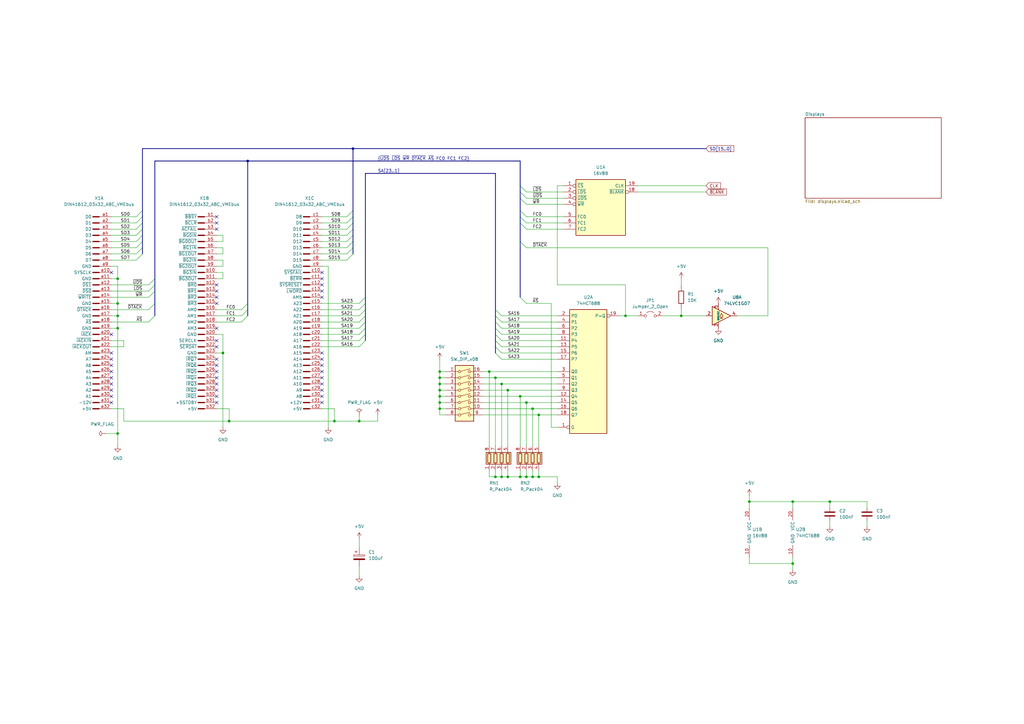
<source format=kicad_sch>
(kicad_sch (version 20211123) (generator eeschema)
  (paper "A3")
  (title_block (title "DEBUG DISPLAY BOARD - BUS INTERFACE") (date "2023-12-05") (rev "1") (company "(C) TOM STOREY") (comment 1 "FREE FOR NON-COMMERCIAL USE"))
  (lib_symbols
    (symbol "COMET_symbols:74x1G07"
      (property "Reference" "U" (at 0 0 0))
      (property "Value" "74x1G07" (at 0 0 0))
      (symbol "74x1G07_1_1"
        (pin input line (at -5.08 0 0) (length 2.54) (name "~") (number "2"))
        (pin open_collector line (at 7.62 0 180) (length 2.54) (name "~") (number "4"))
      )
      (symbol "74x1G07_1_2"
        (pin input inverted (at -5.08 0 0) (length 2.54) (name "~") (number "2"))
        (pin open_collector inverted (at 7.62 0 180) (length 2.54) (name "~") (number "4"))
      )
      (symbol "74x1G07_2_1"
        (pin power_in line (at 0 -5.08 90) (length 2.54) (name "GND") (number "3"))
        (pin power_in line (at 0 5.08 270) (length 2.54) (name "VCC") (number "5"))
      )
      (symbol "74x1G07_2_2"
        (pin power_in line (at 0 -5.08 90) (length 2.54) (name "GND") (number "3"))
        (pin power_in line (at 0 5.08 270) (length 2.54) (name "VCC") (number "5"))
      )
    )
    (symbol "COMET_symbols:74x688"
      (property "Reference" "U" (at 0 0 0))
      (property "Value" "74x688" (at 0 0 0))
      (symbol "74x688_1_0"
        (pin input inverted (at -12.7 -22.86 0) (length 5.08) (name "G") (number "1"))
        (pin input line (at -12.7 12.7 0) (length 5.08) (name "P4") (number "11"))
        (pin input line (at -12.7 -10.16 0) (length 5.08) (name "Q4") (number "12"))
        (pin input line (at -12.7 10.16 0) (length 5.08) (name "P5") (number "13"))
        (pin input line (at -12.7 -12.7 0) (length 5.08) (name "Q5") (number "14"))
        (pin input line (at -12.7 7.62 0) (length 5.08) (name "P6") (number "15"))
        (pin input line (at -12.7 -15.24 0) (length 5.08) (name "Q6") (number "16"))
        (pin input line (at -12.7 5.08 0) (length 5.08) (name "P7") (number "17"))
        (pin input line (at -12.7 -17.78 0) (length 5.08) (name "Q7") (number "18"))
        (pin output inverted (at 12.7 22.86 180) (length 5.08) (name "P=Q") (number "19"))
        (pin input line (at -12.7 22.86 0) (length 5.08) (name "P0") (number "2"))
        (pin input line (at -12.7 0 0) (length 5.08) (name "Q0") (number "3"))
        (pin input line (at -12.7 20.32 0) (length 5.08) (name "P1") (number "4"))
        (pin input line (at -12.7 -2.54 0) (length 5.08) (name "Q1") (number "5"))
        (pin input line (at -12.7 17.78 0) (length 5.08) (name "P2") (number "6"))
        (pin input line (at -12.7 -5.08 0) (length 5.08) (name "Q2") (number "7"))
        (pin input line (at -12.7 15.24 0) (length 5.08) (name "P3") (number "8"))
        (pin input line (at -12.7 -7.62 0) (length 5.08) (name "Q3") (number "9"))
      )
      (symbol "74x688_2_0"
        (pin power_in line (at 0 -10.16 90) (length 5.08) (name "GND") (number "10"))
        (pin power_in line (at 0 10.16 270) (length 5.08) (name "VCC") (number "20"))
      )
    )
    (symbol "COMET_symbols:C" (pin_numbers hide) (pin_names hide)
      (property "Reference" "C" (at 0 0 0))
      (property "Value" "C" (at 0 0 0))
      (symbol "C_1_1"
        (pin passive line (at 0 2.54 270) (length 1.524) (name "~") (number "1"))
        (pin passive line (at 0 -2.54 90) (length 1.524) (name "~") (number "2"))
      )
    )
    (symbol "COMET_symbols:DIN41612_03x32_ABC_VMEbus" (pin_names (offset 3.048))
      (property "Reference" "X1" (at -20.32 45.72 0))
      (property "Value" "DIN41612_03x32_ABC_VMEbus" (at -20.32 43.18 0))
      (symbol "DIN41612_03x32_ABC_VMEbus_1_1"
        (pin passive line (at -5.08 38.1 0) (length 5.08) (name "D0") (number "a1"))
        (pin passive line (at -5.08 15.24 0) (length 5.08) (name "SYSCLK") (number "a10"))
        (pin passive line (at -5.08 12.7 0) (length 5.08) (name "GND") (number "a11"))
        (pin passive line (at -5.08 10.16 0) (length 5.08) (name "~{DS1}") (number "a12"))
        (pin passive line (at -5.08 7.62 0) (length 5.08) (name "~{DS0}") (number "a13"))
        (pin passive line (at -5.08 5.08 0) (length 5.08) (name "~{WRITE}") (number "a14"))
        (pin passive line (at -5.08 2.54 0) (length 5.08) (name "GND") (number "a15"))
        (pin passive line (at -5.08 0 0) (length 5.08) (name "~{DTACK}") (number "a16"))
        (pin passive line (at -5.08 -2.54 0) (length 5.08) (name "GND") (number "a17"))
        (pin passive line (at -5.08 -5.08 0) (length 5.08) (name "~{AS}") (number "a18"))
        (pin passive line (at -5.08 -7.62 0) (length 5.08) (name "GND") (number "a19"))
        (pin passive line (at -5.08 35.56 0) (length 5.08) (name "D1") (number "a2"))
        (pin passive line (at -5.08 -10.16 0) (length 5.08) (name "~{IACK}") (number "a20"))
        (pin passive line (at -5.08 -12.7 0) (length 5.08) (name "~{IACKIN}") (number "a21"))
        (pin passive line (at -5.08 -15.24 0) (length 5.08) (name "~{IACKOUT}") (number "a22"))
        (pin passive line (at -5.08 -17.78 0) (length 5.08) (name "AM") (number "a23"))
        (pin passive line (at -5.08 -20.32 0) (length 5.08) (name "A7") (number "a24"))
        (pin passive line (at -5.08 -22.86 0) (length 5.08) (name "A6") (number "a25"))
        (pin passive line (at -5.08 -25.4 0) (length 5.08) (name "A5") (number "a26"))
        (pin passive line (at -5.08 -27.94 0) (length 5.08) (name "A4") (number "a27"))
        (pin passive line (at -5.08 -30.48 0) (length 5.08) (name "A3") (number "a28"))
        (pin passive line (at -5.08 -33.02 0) (length 5.08) (name "A2") (number "a29"))
        (pin passive line (at -5.08 33.02 0) (length 5.08) (name "D2") (number "a3"))
        (pin passive line (at -5.08 -35.56 0) (length 5.08) (name "A1") (number "a30"))
        (pin passive line (at -5.08 -38.1 0) (length 5.08) (name "-12V") (number "a31"))
        (pin passive line (at -5.08 -40.64 0) (length 5.08) (name "+5V") (number "a32"))
        (pin passive line (at -5.08 30.48 0) (length 5.08) (name "D3") (number "a4"))
        (pin passive line (at -5.08 27.94 0) (length 5.08) (name "D4") (number "a5"))
        (pin passive line (at -5.08 25.4 0) (length 5.08) (name "D5") (number "a6"))
        (pin passive line (at -5.08 22.86 0) (length 5.08) (name "D6") (number "a7"))
        (pin passive line (at -5.08 20.32 0) (length 5.08) (name "D7") (number "a8"))
        (pin passive line (at -5.08 17.78 0) (length 5.08) (name "GND") (number "a9"))
      )
      (symbol "DIN41612_03x32_ABC_VMEbus_2_1"
        (pin passive line (at -5.08 38.1 0) (length 5.08) (name "~{BBSY}") (number "b1"))
        (pin passive line (at -5.08 15.24 0) (length 5.08) (name "~{BG3IN}") (number "b10"))
        (pin passive line (at -5.08 12.7 0) (length 5.08) (name "~{BG3OUT}") (number "b11"))
        (pin passive line (at -5.08 10.16 0) (length 5.08) (name "~{BR0}") (number "b12"))
        (pin passive line (at -5.08 7.62 0) (length 5.08) (name "~{BR1}") (number "b13"))
        (pin passive line (at -5.08 5.08 0) (length 5.08) (name "~{BR2}") (number "b14"))
        (pin passive line (at -5.08 2.54 0) (length 5.08) (name "~{BR3}") (number "b15"))
        (pin passive line (at -5.08 0 0) (length 5.08) (name "AM0") (number "b16"))
        (pin passive line (at -5.08 -2.54 0) (length 5.08) (name "AM1") (number "b17"))
        (pin passive line (at -5.08 -5.08 0) (length 5.08) (name "AM2") (number "b18"))
        (pin passive line (at -5.08 -7.62 0) (length 5.08) (name "AM3") (number "b19"))
        (pin passive line (at -5.08 35.56 0) (length 5.08) (name "~{BCLR}") (number "b2"))
        (pin passive line (at -5.08 -10.16 0) (length 5.08) (name "GND") (number "b20"))
        (pin passive line (at -5.08 -12.7 0) (length 5.08) (name "SERCLK") (number "b21"))
        (pin passive line (at -5.08 -15.24 0) (length 5.08) (name "~{SERDAT}") (number "b22"))
        (pin passive line (at -5.08 -17.78 0) (length 5.08) (name "GND") (number "b23"))
        (pin passive line (at -5.08 -20.32 0) (length 5.08) (name "~{IRQ7}") (number "b24"))
        (pin passive line (at -5.08 -22.86 0) (length 5.08) (name "~{IRQ6}") (number "b25"))
        (pin passive line (at -5.08 -25.4 0) (length 5.08) (name "~{IRQ5}") (number "b26"))
        (pin passive line (at -5.08 -27.94 0) (length 5.08) (name "~{IRQ4}") (number "b27"))
        (pin passive line (at -5.08 -30.48 0) (length 5.08) (name "~{IRQ3}") (number "b28"))
        (pin passive line (at -5.08 -33.02 0) (length 5.08) (name "~{IRQ2}") (number "b29"))
        (pin passive line (at -5.08 33.02 0) (length 5.08) (name "~{ACFAIL}") (number "b3"))
        (pin passive line (at -5.08 -35.56 0) (length 5.08) (name "~{IRQ1}") (number "b30"))
        (pin passive line (at -5.08 -38.1 0) (length 5.08) (name "+5STDBY") (number "b31"))
        (pin passive line (at -5.08 -40.64 0) (length 5.08) (name "+5V") (number "b32"))
        (pin passive line (at -5.08 30.48 0) (length 5.08) (name "~{BG0IN}") (number "b4"))
        (pin passive line (at -5.08 27.94 0) (length 5.08) (name "~{BG0OUT}") (number "b5"))
        (pin passive line (at -5.08 25.4 0) (length 5.08) (name "~{BG1IN}") (number "b6"))
        (pin passive line (at -5.08 22.86 0) (length 5.08) (name "~{BG1OUT}") (number "b7"))
        (pin passive line (at -5.08 20.32 0) (length 5.08) (name "~{BG2IN}") (number "b8"))
        (pin passive line (at -5.08 17.78 0) (length 5.08) (name "~{BG2OUT}") (number "b9"))
      )
      (symbol "DIN41612_03x32_ABC_VMEbus_3_1"
        (pin passive line (at -5.08 38.1 0) (length 5.08) (name "D8") (number "c1"))
        (pin passive line (at -5.08 15.24 0) (length 5.08) (name "~{SYSFAIL}") (number "c10"))
        (pin passive line (at -5.08 12.7 0) (length 5.08) (name "~{BERR}") (number "c11"))
        (pin passive line (at -5.08 10.16 0) (length 5.08) (name "~{SYSRESET}") (number "c12"))
        (pin passive line (at -5.08 7.62 0) (length 5.08) (name "~{LWORD}") (number "c13"))
        (pin passive line (at -5.08 5.08 0) (length 5.08) (name "AM5") (number "c14"))
        (pin passive line (at -5.08 2.54 0) (length 5.08) (name "A23") (number "c15"))
        (pin passive line (at -5.08 0 0) (length 5.08) (name "A22") (number "c16"))
        (pin passive line (at -5.08 -2.54 0) (length 5.08) (name "A21") (number "c17"))
        (pin passive line (at -5.08 -5.08 0) (length 5.08) (name "A20") (number "c18"))
        (pin passive line (at -5.08 -7.62 0) (length 5.08) (name "A19") (number "c19"))
        (pin passive line (at -5.08 35.56 0) (length 5.08) (name "D9") (number "c2"))
        (pin passive line (at -5.08 -10.16 0) (length 5.08) (name "A18") (number "c20"))
        (pin passive line (at -5.08 -12.7 0) (length 5.08) (name "A17") (number "c21"))
        (pin passive line (at -5.08 -15.24 0) (length 5.08) (name "A16") (number "c22"))
        (pin passive line (at -5.08 -17.78 0) (length 5.08) (name "A15") (number "c23"))
        (pin passive line (at -5.08 -20.32 0) (length 5.08) (name "A14") (number "c24"))
        (pin passive line (at -5.08 -22.86 0) (length 5.08) (name "A13") (number "c25"))
        (pin passive line (at -5.08 -25.4 0) (length 5.08) (name "A12") (number "c26"))
        (pin passive line (at -5.08 -27.94 0) (length 5.08) (name "A11") (number "c27"))
        (pin passive line (at -5.08 -30.48 0) (length 5.08) (name "A10") (number "c28"))
        (pin passive line (at -5.08 -33.02 0) (length 5.08) (name "A9") (number "c29"))
        (pin passive line (at -5.08 33.02 0) (length 5.08) (name "D10") (number "c3"))
        (pin passive line (at -5.08 -35.56 0) (length 5.08) (name "A8") (number "c30"))
        (pin passive line (at -5.08 -38.1 0) (length 5.08) (name "+12V") (number "c31"))
        (pin passive line (at -5.08 -40.64 0) (length 5.08) (name "+5V") (number "c32"))
        (pin passive line (at -5.08 30.48 0) (length 5.08) (name "D11") (number "c4"))
        (pin passive line (at -5.08 27.94 0) (length 5.08) (name "D12") (number "c5"))
        (pin passive line (at -5.08 25.4 0) (length 5.08) (name "D13") (number "c6"))
        (pin passive line (at -5.08 22.86 0) (length 5.08) (name "D14") (number "c7"))
        (pin passive line (at -5.08 20.32 0) (length 5.08) (name "D15") (number "c8"))
        (pin passive line (at -5.08 17.78 0) (length 5.08) (name "GND") (number "c9"))
      )
    )
    (symbol "COMET_symbols:R" (pin_numbers hide) (pin_names hide)
      (property "Reference" "R" (at 0 0 0))
      (property "Value" "R" (at 0 0 0))
      (symbol "R_1_1"
        (pin passive line (at 0 5.08 270) (length 2.54) (name "~") (number "1"))
        (pin passive line (at 0 -5.08 90) (length 2.54) (name "~") (number "2"))
      )
    )
    (symbol "Debug_Display_Board:GAL"
      (property "Reference" "U" (at 0 0 0))
      (property "Value" "GAL" (at 0 0 0))
      (symbol "GAL_1_1"
        (pin input inverted (at -15.24 10.16 0) (length 5.08) (name "~{CS}") (number "1"))
        (pin output inverted (at 15.24 7.62 180) (length 5.08) (name "~{BLANK}") (number "18"))
        (pin output line (at 15.24 10.16 180) (length 5.08) (name "CLK") (number "19"))
        (pin input inverted (at -15.24 7.62 0) (length 5.08) (name "~{LDS}") (number "2"))
        (pin input inverted (at -15.24 5.08 0) (length 5.08) (name "~{UDS}") (number "3"))
        (pin input inverted (at -15.24 2.54 0) (length 5.08) (name "~{WR}") (number "4"))
        (pin input line (at -15.24 -2.54 0) (length 5.08) (name "FC0") (number "5"))
        (pin input line (at -15.24 -5.08 0) (length 5.08) (name "FC1") (number "6"))
        (pin input line (at -15.24 -7.62 0) (length 5.08) (name "FC2") (number "7"))
      )
      (symbol "GAL_2_1"
        (pin power_in line (at 0 -10.16 90) (length 5.08) (name "GND") (number "10"))
        (pin power_in line (at 0 10.16 270) (length 5.08) (name "VCC") (number "20"))
      )
    )
    (symbol "Device:C_Polarized" (pin_numbers hide) (pin_names (offset 0.254))
      (property "Reference" "C" (at 0.635 2.54 0))
      (property "Value" "C_Polarized" (at 0.635 -2.54 0))
      (symbol "C_Polarized_1_1"
        (pin passive line (at 0 3.81 270) (length 2.794) (name "~") (number "1"))
        (pin passive line (at 0 -3.81 90) (length 2.794) (name "~") (number "2"))
      )
    )
    (symbol "Device:R_Pack04" (pin_names (offset 0) hide)
      (property "Reference" "RN" (at -7.62 0 90))
      (property "Value" "R_Pack04" (at 5.08 0 90))
      (symbol "R_Pack04_1_1"
        (pin passive line (at -5.08 -5.08 90) (length 2.54) (name "R1.1") (number "1"))
        (pin passive line (at -2.54 -5.08 90) (length 2.54) (name "R2.1") (number "2"))
        (pin passive line (at 0 -5.08 90) (length 2.54) (name "R3.1") (number "3"))
        (pin passive line (at 2.54 -5.08 90) (length 2.54) (name "R4.1") (number "4"))
        (pin passive line (at 2.54 5.08 270) (length 2.54) (name "R4.2") (number "5"))
        (pin passive line (at 0 5.08 270) (length 2.54) (name "R3.2") (number "6"))
        (pin passive line (at -2.54 5.08 270) (length 2.54) (name "R2.2") (number "7"))
        (pin passive line (at -5.08 5.08 270) (length 2.54) (name "R1.2") (number "8"))
      )
    )
    (symbol "GAL_1"
      (property "Reference" "U" (at 0 0 0))
      (property "Value" "GAL_1" (at 0 0 0))
      (symbol "GAL_1_1_1"
        (pin input inverted (at -15.24 10.16 0) (length 5.08) (name "~{CS}") (number "1"))
        (pin output inverted (at 15.24 7.62 180) (length 5.08) (name "~{BLANK}") (number "18"))
        (pin output line (at 15.24 10.16 180) (length 5.08) (name "CLK") (number "19"))
        (pin input inverted (at -15.24 7.62 0) (length 5.08) (name "~{LDS}") (number "2"))
        (pin input inverted (at -15.24 5.08 0) (length 5.08) (name "~{UDS}") (number "3"))
        (pin input inverted (at -15.24 2.54 0) (length 5.08) (name "~{WR}") (number "4"))
        (pin input line (at -15.24 -2.54 0) (length 5.08) (name "FC0") (number "5"))
        (pin input line (at -15.24 -5.08 0) (length 5.08) (name "FC1") (number "6"))
        (pin input line (at -15.24 -7.62 0) (length 5.08) (name "FC2") (number "7"))
      )
      (symbol "GAL_1_2_1"
        (pin power_in line (at 0 -10.16 90) (length 5.08) (name "GND") (number "10"))
        (pin power_in line (at 0 10.16 270) (length 5.08) (name "VCC") (number "20"))
      )
    )
    (symbol "Jumper:Jumper_2_Open" (pin_names (offset 0) hide)
      (property "Reference" "JP" (at 0 2.794 0))
      (property "Value" "Jumper_2_Open" (at 0 -2.286 0))
      (symbol "Jumper_2_Open_1_1"
        (pin passive line (at -5.08 0 0) (length 2.54) (name "A") (number "1"))
        (pin passive line (at 5.08 0 180) (length 2.54) (name "B") (number "2"))
      )
    )
    (symbol "Switch:SW_DIP_x08" (pin_names (offset 0) hide)
      (property "Reference" "SW" (at 0 13.97 0))
      (property "Value" "SW_DIP_x08" (at 0 -11.43 0))
      (symbol "SW_DIP_x08_1_1"
        (pin passive line (at -7.62 10.16 0) (length 5.08) (name "~") (number "1"))
        (pin passive line (at 7.62 -5.08 180) (length 5.08) (name "~") (number "10"))
        (pin passive line (at 7.62 -2.54 180) (length 5.08) (name "~") (number "11"))
        (pin passive line (at 7.62 0 180) (length 5.08) (name "~") (number "12"))
        (pin passive line (at 7.62 2.54 180) (length 5.08) (name "~") (number "13"))
        (pin passive line (at 7.62 5.08 180) (length 5.08) (name "~") (number "14"))
        (pin passive line (at 7.62 7.62 180) (length 5.08) (name "~") (number "15"))
        (pin passive line (at 7.62 10.16 180) (length 5.08) (name "~") (number "16"))
        (pin passive line (at -7.62 7.62 0) (length 5.08) (name "~") (number "2"))
        (pin passive line (at -7.62 5.08 0) (length 5.08) (name "~") (number "3"))
        (pin passive line (at -7.62 2.54 0) (length 5.08) (name "~") (number "4"))
        (pin passive line (at -7.62 0 0) (length 5.08) (name "~") (number "5"))
        (pin passive line (at -7.62 -2.54 0) (length 5.08) (name "~") (number "6"))
        (pin passive line (at -7.62 -5.08 0) (length 5.08) (name "~") (number "7"))
        (pin passive line (at -7.62 -7.62 0) (length 5.08) (name "~") (number "8"))
        (pin passive line (at 7.62 -7.62 180) (length 5.08) (name "~") (number "9"))
      )
    )
    (symbol "power:+5V" (power) (pin_names (offset 0))
      (property "Value" "+5V" (at 0 3.556 0))
      (symbol "+5V_1_1"
        (pin power_in line (at 0 0 90) (length 0) hide (name "+5V") (number "1"))
      )
    )
    (symbol "power:GND" (power) (pin_names (offset 0))
      (property "Value" "GND" (at 0 -3.81 0))
      (symbol "GND_1_1"
        (pin power_in line (at 0 0 270) (length 0) hide (name "GND") (number "1"))
      )
    )
    (symbol "power:PWR_FLAG" (power) (pin_numbers hide) (pin_names (offset 0) hide)
      (property "Value" "PWR_FLAG" (at 0 3.81 0))
      (symbol "PWR_FLAG_0_0"
        (pin power_out line (at 0 0 90) (length 0) (name "pwr") (number "1"))
      )
    )
  )
  (junction (at 180.34 157.48))
  (junction (at 180.34 162.56))
  (junction (at 208.28 160.02))
  (junction (at 218.44 195.58))
  (junction (at 93.98 172.72))
  (junction (at 205.74 157.48))
  (junction (at 215.9 165.1))
  (junction (at 213.36 162.56))
  (junction (at 180.34 160.02))
  (junction (at 325.12 231.14))
  (junction (at 200.66 152.4))
  (junction (at 144.78 60.96))
  (junction (at 203.2 195.58))
  (junction (at 205.74 195.58))
  (junction (at 180.34 154.94))
  (junction (at 180.34 152.4))
  (junction (at 213.36 195.58))
  (junction (at 147.32 172.72))
  (junction (at 208.28 195.58))
  (junction (at 220.98 170.18))
  (junction (at 256.54 129.54))
  (junction (at 340.36 205.74))
  (junction (at 48.26 177.8))
  (junction (at 279.4 129.54))
  (junction (at 218.44 167.64))
  (junction (at 48.26 129.54))
  (junction (at 220.98 195.58))
  (junction (at 101.6 66.04))
  (junction (at 137.16 172.72))
  (junction (at 48.26 124.46))
  (junction (at 215.9 195.58))
  (junction (at 325.12 205.74))
  (junction (at 180.34 167.64))
  (junction (at 307.34 205.74))
  (junction (at 180.34 165.1))
  (junction (at 203.2 154.94))
  (junction (at 48.26 114.3))
  (junction (at 48.26 134.62))
  (junction (at 91.44 144.78))
  (no_connect (at 132.08 152.4))
  (no_connect (at 45.72 144.78))
  (no_connect (at 45.72 162.56))
  (no_connect (at 132.08 147.32))
  (no_connect (at 132.08 154.94))
  (no_connect (at 88.9 162.56))
  (no_connect (at 45.72 137.16))
  (no_connect (at 132.08 149.86))
  (no_connect (at 132.08 144.78))
  (no_connect (at 45.72 157.48))
  (no_connect (at 88.9 124.46))
  (no_connect (at 45.72 149.86))
  (no_connect (at 88.9 160.02))
  (no_connect (at 88.9 91.44))
  (no_connect (at 88.9 139.7))
  (no_connect (at 132.08 162.56))
  (no_connect (at 88.9 116.84))
  (no_connect (at 88.9 157.48))
  (no_connect (at 132.08 160.02))
  (no_connect (at 132.08 119.38))
  (no_connect (at 132.08 121.92))
  (no_connect (at 132.08 114.3))
  (no_connect (at 88.9 147.32))
  (no_connect (at 88.9 88.9))
  (no_connect (at 88.9 165.1))
  (no_connect (at 45.72 160.02))
  (no_connect (at 88.9 93.98))
  (no_connect (at 88.9 119.38))
  (no_connect (at 88.9 152.4))
  (no_connect (at 88.9 134.62))
  (no_connect (at 132.08 116.84))
  (no_connect (at 132.08 157.48))
  (no_connect (at 132.08 111.76))
  (no_connect (at 45.72 147.32))
  (no_connect (at 45.72 111.76))
  (no_connect (at 45.72 165.1))
  (no_connect (at 88.9 154.94))
  (no_connect (at 45.72 152.4))
  (no_connect (at 45.72 154.94))
  (no_connect (at 88.9 142.24))
  (no_connect (at 132.08 165.1))
  (no_connect (at 88.9 121.92))
  (no_connect (at 88.9 149.86))
  (bus_entry (at 149.86 127) (size -2.54 2.54))
  (bus_entry (at 213.36 88.9) (size 2.54 2.54))
  (bus_entry (at 63.5 114.3) (size -2.54 2.54))
  (bus_entry (at 101.6 127) (size -2.54 2.54))
  (bus_entry (at 149.86 139.7) (size -2.54 2.54))
  (bus_entry (at 149.86 132.08) (size -2.54 2.54))
  (bus_entry (at 213.36 121.92) (size 2.54 2.54))
  (bus_entry (at 63.5 116.84) (size -2.54 2.54))
  (bus_entry (at 203.2 134.62) (size 2.54 2.54))
  (bus_entry (at 144.78 101.6) (size -2.54 2.54))
  (bus_entry (at 203.2 144.78) (size 2.54 2.54))
  (bus_entry (at 144.78 96.52) (size -2.54 2.54))
  (bus_entry (at 149.86 124.46) (size -2.54 2.54))
  (bus_entry (at 144.78 91.44) (size -2.54 2.54))
  (bus_entry (at 63.5 119.38) (size -2.54 2.54))
  (bus_entry (at 144.78 86.36) (size -2.54 2.54))
  (bus_entry (at 149.86 129.54) (size -2.54 2.54))
  (bus_entry (at 203.2 139.7) (size 2.54 2.54))
  (bus_entry (at 203.2 132.08) (size 2.54 2.54))
  (bus_entry (at 101.6 124.46) (size -2.54 2.54))
  (bus_entry (at 58.42 88.9) (size -2.54 2.54))
  (bus_entry (at 213.36 78.74) (size 2.54 2.54))
  (bus_entry (at 203.2 129.54) (size 2.54 2.54))
  (bus_entry (at 149.86 134.62) (size -2.54 2.54))
  (bus_entry (at 203.2 127) (size 2.54 2.54))
  (bus_entry (at 101.6 129.54) (size -2.54 2.54))
  (bus_entry (at 144.78 88.9) (size -2.54 2.54))
  (bus_entry (at 58.42 91.44) (size -2.54 2.54))
  (bus_entry (at 58.42 86.36) (size -2.54 2.54))
  (bus_entry (at 144.78 99.06) (size -2.54 2.54))
  (bus_entry (at 58.42 101.6) (size -2.54 2.54))
  (bus_entry (at 63.5 129.54) (size -2.54 2.54))
  (bus_entry (at 213.36 76.2) (size 2.54 2.54))
  (bus_entry (at 63.5 124.46) (size -2.54 2.54))
  (bus_entry (at 58.42 104.14) (size -2.54 2.54))
  (bus_entry (at 58.42 93.98) (size -2.54 2.54))
  (bus_entry (at 58.42 99.06) (size -2.54 2.54))
  (bus_entry (at 203.2 137.16) (size 2.54 2.54))
  (bus_entry (at 213.36 91.44) (size 2.54 2.54))
  (bus_entry (at 213.36 81.28) (size 2.54 2.54))
  (bus_entry (at 144.78 93.98) (size -2.54 2.54))
  (bus_entry (at 144.78 104.14) (size -2.54 2.54))
  (bus_entry (at 149.86 121.92) (size -2.54 2.54))
  (bus_entry (at 203.2 142.24) (size 2.54 2.54))
  (bus_entry (at 213.36 99.06) (size 2.54 2.54))
  (bus_entry (at 213.36 86.36) (size 2.54 2.54))
  (bus_entry (at 58.42 96.52) (size -2.54 2.54))
  (bus_entry (at 149.86 137.16) (size -2.54 2.54))
  (wire (pts (xy 132.08 104.14) (xy 142.24 104.14)))
  (wire (pts (xy 48.26 114.3) (xy 48.26 124.46)))
  (wire (pts (xy 45.72 129.54) (xy 48.26 129.54)))
  (wire (pts (xy 132.08 134.62) (xy 147.32 134.62)))
  (wire (pts (xy 213.36 193.04) (xy 213.36 195.58)))
  (wire (pts (xy 203.2 154.94) (xy 203.2 182.88)))
  (wire (pts (xy 132.08 132.08) (xy 147.32 132.08)))
  (wire (pts (xy 254 129.54) (xy 256.54 129.54)))
  (bus (pts (xy 149.86 134.62) (xy 149.86 132.08)))
  (wire (pts (xy 220.98 170.18) (xy 228.6 170.18)))
  (wire (pts (xy 205.74 132.08) (xy 228.6 132.08)))
  (wire (pts (xy 48.26 177.8) (xy 48.26 182.88)))
  (bus (pts (xy 101.6 127) (xy 101.6 129.54)))
  (bus (pts (xy 101.6 66.04) (xy 101.6 124.46)))
  (bus (pts (xy 144.78 91.44) (xy 144.78 93.98)))
  (wire (pts (xy 198.12 170.18) (xy 220.98 170.18)))
  (wire (pts (xy 132.08 109.22) (xy 134.62 109.22)))
  (wire (pts (xy 88.9 132.08) (xy 99.06 132.08)))
  (wire (pts (xy 340.36 213.36) (xy 340.36 215.9)))
  (wire (pts (xy 180.34 152.4) (xy 180.34 154.94)))
  (wire (pts (xy 205.74 147.32) (xy 228.6 147.32)))
  (wire (pts (xy 132.08 106.68) (xy 142.24 106.68)))
  (bus (pts (xy 58.42 101.6) (xy 58.42 99.06)))
  (wire (pts (xy 93.98 172.72) (xy 137.16 172.72)))
  (wire (pts (xy 205.74 195.58) (xy 208.28 195.58)))
  (wire (pts (xy 45.72 96.52) (xy 55.88 96.52)))
  (wire (pts (xy 134.62 109.22) (xy 134.62 175.26)))
  (wire (pts (xy 132.08 99.06) (xy 142.24 99.06)))
  (wire (pts (xy 48.26 129.54) (xy 48.26 134.62)))
  (wire (pts (xy 88.9 104.14) (xy 91.44 104.14)))
  (bus (pts (xy 203.2 132.08) (xy 203.2 134.62)))
  (bus (pts (xy 58.42 93.98) (xy 58.42 91.44)))
  (bus (pts (xy 149.86 132.08) (xy 149.86 129.54)))
  (wire (pts (xy 307.34 228.6) (xy 307.34 231.14)))
  (wire (pts (xy 261.62 78.74) (xy 289.56 78.74)))
  (wire (pts (xy 45.72 91.44) (xy 55.88 91.44)))
  (wire (pts (xy 205.74 157.48) (xy 205.74 182.88)))
  (bus (pts (xy 213.36 81.28) (xy 213.36 86.36)))
  (bus (pts (xy 58.42 88.9) (xy 58.42 86.36)))
  (wire (pts (xy 45.72 124.46) (xy 48.26 124.46)))
  (wire (pts (xy 215.9 93.98) (xy 231.14 93.98)))
  (wire (pts (xy 180.34 157.48) (xy 182.88 157.48)))
  (wire (pts (xy 180.34 147.32) (xy 180.34 152.4)))
  (wire (pts (xy 91.44 101.6) (xy 91.44 104.14)))
  (wire (pts (xy 50.8 172.72) (xy 93.98 172.72)))
  (wire (pts (xy 91.44 96.52) (xy 91.44 99.06)))
  (bus (pts (xy 144.78 99.06) (xy 144.78 101.6)))
  (wire (pts (xy 200.66 152.4) (xy 200.66 182.88)))
  (wire (pts (xy 307.34 205.74) (xy 325.12 205.74)))
  (bus (pts (xy 203.2 139.7) (xy 203.2 142.24)))
  (wire (pts (xy 208.28 195.58) (xy 213.36 195.58)))
  (wire (pts (xy 215.9 195.58) (xy 218.44 195.58)))
  (wire (pts (xy 279.4 114.3) (xy 279.4 116.84)))
  (wire (pts (xy 48.26 124.46) (xy 48.26 129.54)))
  (wire (pts (xy 215.9 81.28) (xy 231.14 81.28)))
  (wire (pts (xy 205.74 129.54) (xy 228.6 129.54)))
  (wire (pts (xy 147.32 170.18) (xy 147.32 172.72)))
  (wire (pts (xy 91.44 144.78) (xy 91.44 175.26)))
  (wire (pts (xy 203.2 193.04) (xy 203.2 195.58)))
  (wire (pts (xy 205.74 137.16) (xy 228.6 137.16)))
  (wire (pts (xy 215.9 193.04) (xy 215.9 195.58)))
  (bus (pts (xy 203.2 127) (xy 203.2 129.54)))
  (wire (pts (xy 180.34 167.64) (xy 180.34 170.18)))
  (wire (pts (xy 220.98 170.18) (xy 220.98 182.88)))
  (bus (pts (xy 144.78 60.96) (xy 144.78 86.36)))
  (bus (pts (xy 213.36 78.74) (xy 213.36 81.28)))
  (bus (pts (xy 213.36 88.9) (xy 213.36 91.44)))
  (bus (pts (xy 58.42 60.96) (xy 144.78 60.96)))
  (wire (pts (xy 88.9 101.6) (xy 91.44 101.6)))
  (wire (pts (xy 45.72 142.24) (xy 50.8 142.24)))
  (bus (pts (xy 213.36 76.2) (xy 213.36 78.74)))
  (wire (pts (xy 48.26 109.22) (xy 48.26 114.3)))
  (wire (pts (xy 45.72 134.62) (xy 48.26 134.62)))
  (bus (pts (xy 101.6 66.04) (xy 213.36 66.04)))
  (wire (pts (xy 88.9 137.16) (xy 91.44 137.16)))
  (wire (pts (xy 213.36 195.58) (xy 215.9 195.58)))
  (wire (pts (xy 91.44 111.76) (xy 91.44 114.3)))
  (bus (pts (xy 58.42 96.52) (xy 58.42 93.98)))
  (wire (pts (xy 205.74 139.7) (xy 228.6 139.7)))
  (wire (pts (xy 45.72 109.22) (xy 48.26 109.22)))
  (wire (pts (xy 88.9 129.54) (xy 99.06 129.54)))
  (wire (pts (xy 220.98 193.04) (xy 220.98 195.58)))
  (wire (pts (xy 213.36 162.56) (xy 213.36 182.88)))
  (wire (pts (xy 91.44 137.16) (xy 91.44 144.78)))
  (wire (pts (xy 180.34 165.1) (xy 180.34 167.64)))
  (wire (pts (xy 132.08 139.7) (xy 147.32 139.7)))
  (wire (pts (xy 45.72 127) (xy 60.96 127)))
  (wire (pts (xy 180.34 162.56) (xy 182.88 162.56)))
  (bus (pts (xy 213.36 91.44) (xy 213.36 99.06)))
  (wire (pts (xy 279.4 127) (xy 279.4 129.54)))
  (bus (pts (xy 203.2 142.24) (xy 203.2 144.78)))
  (bus (pts (xy 63.5 66.04) (xy 101.6 66.04)))
  (wire (pts (xy 45.72 99.06) (xy 55.88 99.06)))
  (wire (pts (xy 205.74 144.78) (xy 228.6 144.78)))
  (wire (pts (xy 218.44 167.64) (xy 228.6 167.64)))
  (wire (pts (xy 132.08 129.54) (xy 147.32 129.54)))
  (wire (pts (xy 271.78 129.54) (xy 279.4 129.54)))
  (wire (pts (xy 132.08 167.64) (xy 137.16 167.64)))
  (wire (pts (xy 228.6 76.2) (xy 231.14 76.2)))
  (wire (pts (xy 215.9 88.9) (xy 231.14 88.9)))
  (wire (pts (xy 137.16 172.72) (xy 147.32 172.72)))
  (bus (pts (xy 149.86 127) (xy 149.86 124.46)))
  (wire (pts (xy 279.4 129.54) (xy 289.56 129.54)))
  (wire (pts (xy 180.34 162.56) (xy 180.34 165.1)))
  (wire (pts (xy 180.34 160.02) (xy 180.34 162.56)))
  (bus (pts (xy 101.6 124.46) (xy 101.6 127)))
  (wire (pts (xy 215.9 78.74) (xy 231.14 78.74)))
  (wire (pts (xy 132.08 91.44) (xy 142.24 91.44)))
  (bus (pts (xy 149.86 139.7) (xy 149.86 137.16)))
  (wire (pts (xy 132.08 93.98) (xy 142.24 93.98)))
  (wire (pts (xy 205.74 134.62) (xy 228.6 134.62)))
  (bus (pts (xy 149.86 137.16) (xy 149.86 134.62)))
  (wire (pts (xy 132.08 96.52) (xy 142.24 96.52)))
  (bus (pts (xy 203.2 134.62) (xy 203.2 137.16)))
  (wire (pts (xy 198.12 152.4) (xy 200.66 152.4)))
  (wire (pts (xy 340.36 208.28) (xy 340.36 205.74)))
  (wire (pts (xy 226.06 175.26) (xy 228.6 175.26)))
  (wire (pts (xy 132.08 124.46) (xy 147.32 124.46)))
  (wire (pts (xy 205.74 193.04) (xy 205.74 195.58)))
  (wire (pts (xy 261.62 76.2) (xy 289.56 76.2)))
  (wire (pts (xy 132.08 88.9) (xy 142.24 88.9)))
  (bus (pts (xy 58.42 60.96) (xy 58.42 86.36)))
  (wire (pts (xy 198.12 167.64) (xy 218.44 167.64)))
  (wire (pts (xy 218.44 193.04) (xy 218.44 195.58)))
  (bus (pts (xy 213.36 86.36) (xy 213.36 88.9)))
  (bus (pts (xy 63.5 116.84) (xy 63.5 114.3)))
  (wire (pts (xy 132.08 101.6) (xy 142.24 101.6)))
  (wire (pts (xy 88.9 144.78) (xy 91.44 144.78)))
  (bus (pts (xy 58.42 104.14) (xy 58.42 101.6)))
  (wire (pts (xy 314.96 129.54) (xy 302.26 129.54)))
  (bus (pts (xy 63.5 119.38) (xy 63.5 116.84)))
  (wire (pts (xy 50.8 167.64) (xy 50.8 172.72)))
  (bus (pts (xy 149.86 129.54) (xy 149.86 127)))
  (bus (pts (xy 144.78 96.52) (xy 144.78 99.06)))
  (wire (pts (xy 215.9 91.44) (xy 231.14 91.44)))
  (wire (pts (xy 147.32 220.98) (xy 147.32 224.79)))
  (wire (pts (xy 314.96 101.6) (xy 314.96 129.54)))
  (wire (pts (xy 215.9 165.1) (xy 215.9 182.88)))
  (wire (pts (xy 200.66 193.04) (xy 200.66 195.58)))
  (wire (pts (xy 200.66 195.58) (xy 203.2 195.58)))
  (wire (pts (xy 91.44 106.68) (xy 91.44 109.22)))
  (wire (pts (xy 198.12 160.02) (xy 208.28 160.02)))
  (wire (pts (xy 198.12 165.1) (xy 215.9 165.1)))
  (bus (pts (xy 203.2 71.12) (xy 203.2 127)))
  (wire (pts (xy 215.9 83.82) (xy 231.14 83.82)))
  (wire (pts (xy 325.12 205.74) (xy 325.12 208.28)))
  (wire (pts (xy 88.9 99.06) (xy 91.44 99.06)))
  (wire (pts (xy 218.44 195.58) (xy 220.98 195.58)))
  (wire (pts (xy 226.06 124.46) (xy 226.06 175.26)))
  (wire (pts (xy 88.9 167.64) (xy 93.98 167.64)))
  (wire (pts (xy 180.34 170.18) (xy 182.88 170.18)))
  (bus (pts (xy 149.86 71.12) (xy 149.86 121.92)))
  (wire (pts (xy 203.2 195.58) (xy 205.74 195.58)))
  (wire (pts (xy 93.98 167.64) (xy 93.98 172.72)))
  (wire (pts (xy 228.6 76.2) (xy 228.6 116.84)))
  (bus (pts (xy 63.5 124.46) (xy 63.5 119.38)))
  (wire (pts (xy 180.34 165.1) (xy 182.88 165.1)))
  (wire (pts (xy 88.9 127) (xy 99.06 127)))
  (wire (pts (xy 147.32 172.72) (xy 154.94 172.72)))
  (bus (pts (xy 63.5 66.04) (xy 63.5 114.3)))
  (wire (pts (xy 45.72 101.6) (xy 55.88 101.6)))
  (bus (pts (xy 213.36 99.06) (xy 213.36 121.92)))
  (wire (pts (xy 208.28 193.04) (xy 208.28 195.58)))
  (wire (pts (xy 45.72 93.98) (xy 55.88 93.98)))
  (wire (pts (xy 45.72 132.08) (xy 60.96 132.08)))
  (bus (pts (xy 149.86 124.46) (xy 149.86 121.92)))
  (wire (pts (xy 325.12 231.14) (xy 325.12 233.68)))
  (wire (pts (xy 132.08 142.24) (xy 147.32 142.24)))
  (wire (pts (xy 205.74 157.48) (xy 228.6 157.48)))
  (wire (pts (xy 137.16 167.64) (xy 137.16 172.72)))
  (wire (pts (xy 45.72 116.84) (xy 60.96 116.84)))
  (bus (pts (xy 149.86 71.12) (xy 203.2 71.12)))
  (wire (pts (xy 215.9 101.6) (xy 314.96 101.6)))
  (bus (pts (xy 144.78 60.96) (xy 289.56 60.96)))
  (wire (pts (xy 355.6 205.74) (xy 340.36 205.74)))
  (bus (pts (xy 58.42 91.44) (xy 58.42 88.9)))
  (wire (pts (xy 215.9 124.46) (xy 226.06 124.46)))
  (wire (pts (xy 203.2 154.94) (xy 228.6 154.94)))
  (wire (pts (xy 50.8 142.24) (xy 50.8 139.7)))
  (bus (pts (xy 144.78 86.36) (xy 144.78 88.9)))
  (wire (pts (xy 198.12 157.48) (xy 205.74 157.48)))
  (wire (pts (xy 215.9 165.1) (xy 228.6 165.1)))
  (wire (pts (xy 355.6 208.28) (xy 355.6 205.74)))
  (wire (pts (xy 198.12 162.56) (xy 213.36 162.56)))
  (wire (pts (xy 88.9 106.68) (xy 91.44 106.68)))
  (bus (pts (xy 144.78 93.98) (xy 144.78 96.52)))
  (wire (pts (xy 218.44 167.64) (xy 218.44 182.88)))
  (wire (pts (xy 213.36 162.56) (xy 228.6 162.56)))
  (wire (pts (xy 45.72 104.14) (xy 55.88 104.14)))
  (bus (pts (xy 144.78 88.9) (xy 144.78 91.44)))
  (wire (pts (xy 205.74 142.24) (xy 228.6 142.24)))
  (wire (pts (xy 48.26 134.62) (xy 48.26 177.8)))
  (wire (pts (xy 256.54 129.54) (xy 261.62 129.54)))
  (wire (pts (xy 307.34 231.14) (xy 325.12 231.14)))
  (wire (pts (xy 307.34 203.2) (xy 307.34 205.74)))
  (wire (pts (xy 45.72 114.3) (xy 48.26 114.3)))
  (wire (pts (xy 88.9 96.52) (xy 91.44 96.52)))
  (wire (pts (xy 325.12 228.6) (xy 325.12 231.14)))
  (wire (pts (xy 198.12 154.94) (xy 203.2 154.94)))
  (wire (pts (xy 256.54 116.84) (xy 228.6 116.84)))
  (wire (pts (xy 45.72 88.9) (xy 55.88 88.9)))
  (wire (pts (xy 45.72 167.64) (xy 50.8 167.64)))
  (wire (pts (xy 180.34 160.02) (xy 182.88 160.02)))
  (bus (pts (xy 203.2 137.16) (xy 203.2 139.7)))
  (wire (pts (xy 88.9 111.76) (xy 91.44 111.76)))
  (wire (pts (xy 355.6 213.36) (xy 355.6 215.9)))
  (wire (pts (xy 45.72 121.92) (xy 60.96 121.92)))
  (wire (pts (xy 307.34 205.74) (xy 307.34 208.28)))
  (bus (pts (xy 58.42 99.06) (xy 58.42 96.52)))
  (wire (pts (xy 132.08 137.16) (xy 147.32 137.16)))
  (bus (pts (xy 144.78 101.6) (xy 144.78 104.14)))
  (bus (pts (xy 63.5 129.54) (xy 63.5 124.46)))
  (wire (pts (xy 45.72 139.7) (xy 50.8 139.7)))
  (wire (pts (xy 180.34 167.64) (xy 182.88 167.64)))
  (wire (pts (xy 228.6 198.12) (xy 228.6 195.58)))
  (wire (pts (xy 180.34 154.94) (xy 182.88 154.94)))
  (wire (pts (xy 220.98 195.58) (xy 228.6 195.58)))
  (wire (pts (xy 45.72 106.68) (xy 55.88 106.68)))
  (wire (pts (xy 182.88 152.4) (xy 180.34 152.4)))
  (wire (pts (xy 45.72 119.38) (xy 60.96 119.38)))
  (wire (pts (xy 200.66 152.4) (xy 228.6 152.4)))
  (wire (pts (xy 88.9 109.22) (xy 91.44 109.22)))
  (wire (pts (xy 180.34 157.48) (xy 180.34 160.02)))
  (wire (pts (xy 180.34 154.94) (xy 180.34 157.48)))
  (wire (pts (xy 325.12 205.74) (xy 340.36 205.74)))
  (wire (pts (xy 88.9 114.3) (xy 91.44 114.3)))
  (wire (pts (xy 147.32 232.41) (xy 147.32 236.22)))
  (bus (pts (xy 203.2 129.54) (xy 203.2 132.08)))
  (wire (pts (xy 43.18 177.8) (xy 48.26 177.8)))
  (wire (pts (xy 256.54 129.54) (xy 256.54 116.84)))
  (wire (pts (xy 208.28 160.02) (xy 228.6 160.02)))
  (wire (pts (xy 208.28 160.02) (xy 208.28 182.88)))
  (wire (pts (xy 132.08 127) (xy 147.32 127)))
  (wire (pts (xy 154.94 172.72) (xy 154.94 170.18)))
  (bus (pts (xy 213.36 66.04) (xy 213.36 76.2)))
  (label "SA16" (at 208.28 129.54 0))
  (label "~{AS}" (at 218.44 124.46 0))
  (label "~{LDS}" (at 218.44 78.74 0))
  (label "SA17" (at 144.78 139.7 180))
  (label "SA[23..1]" (at 154.94 71.12 0))
  (label "SD13" (at 139.7 101.6 180))
  (label "FC1" (at 96.52 129.54 180))
  (label "SD12" (at 139.7 99.06 180))
  (label "SD4" (at 53.34 99.06 180))
  (label "~{WR}" (at 58.42 121.92 180))
  (label "~{DTACK}" (at 218.44 101.6 0))
  (label "SD6" (at 53.34 104.14 180))
  (label "SA18" (at 144.78 137.16 180))
  (label "SA21" (at 144.78 129.54 180))
  (label "~{UDS}" (at 58.42 116.84 180))
  (label "SD15" (at 139.7 106.68 180))
  (label "SA20" (at 208.28 139.7 0))
  (label "SD3" (at 53.34 96.52 180))
  (label "SA22" (at 144.78 127 180))
  (label "FC0" (at 96.52 127 180))
  (label "SA23" (at 144.78 124.46 180))
  (label "SA18" (at 208.28 134.62 0))
  (label "SD7" (at 53.34 106.68 180))
  (label "SD9" (at 139.7 91.44 180))
  (label "SA23" (at 208.28 147.32 0))
  (label "~{WR}" (at 218.44 83.82 0))
  (label "SD5" (at 53.34 101.6 180))
  (label "~{UDS}" (at 218.44 81.28 0))
  (label "SD1" (at 53.34 91.44 180))
  (label "~{DTACK}" (at 58.42 127 180))
  (label "FC2" (at 96.52 132.08 180))
  (label "SD0" (at 53.34 88.9 180))
  (label "SA20" (at 144.78 132.08 180))
  (label "SA21" (at 208.28 142.24 0))
  (label "SA19" (at 208.28 137.16 0))
  (label "FC2" (at 218.44 93.98 0))
  (label "SD14" (at 139.7 104.14 180))
  (label "SD11" (at 139.7 96.52 180))
  (label "SA22" (at 208.28 144.78 0))
  (label "~{AS}" (at 58.42 132.08 180))
  (label "SA16" (at 144.78 142.24 180))
  (label "FC0" (at 218.44 88.9 0))
  (label "SD2" (at 53.34 93.98 180))
  (label "SA19" (at 144.78 134.62 180))
  (label "SA17" (at 208.28 132.08 0))
  (label "{~{UDS} ~{LDS} ~{WR} ~{DTACK} ~{AS} FC0 FC1 FC2}" (at 154.94 66.04 0))
  (label "FC1" (at 218.44 91.44 0))
  (label "SD8" (at 139.7 88.9 180))
  (label "~{LDS}" (at 58.42 119.38 180))
  (label "SD10" (at 139.7 93.98 180))
  (global_label "SD[15..0]" (shape input) (at 289.56 60.96 0) (property "Intersheet References" "${INTERSHEET_REFS}" (effects hide)))
  (global_label "~{BLANK}" (shape input) (at 289.56 78.74 0) (property "Intersheet References" "${INTERSHEET_REFS}" (effects hide)))
  (global_label "CLK" (shape input) (at 289.56 76.2 0) (property "Intersheet References" "${INTERSHEET_REFS}" (effects hide)))
  (symbol (lib_id "power:+5V") (at 180.34 147.32 0) (unit 1)
    (property "Reference" "#PWR07" (effects hide))
    (property "Value" "+5V" (at 180.34 142.24 0))
  )
  (symbol (lib_id "Jumper:Jumper_2_Open") (at 266.7 129.54 0) (unit 1)
    (property "Reference" "JP1" (at 266.7 123.19 0))
    (property "Value" "Jumper_2_Open" (at 266.7 125.73 0))
  )
  (symbol (lib_id "COMET_symbols:74x688") (at 325.12 218.44 0) (unit 2)
    (property "Reference" "U2" (at 326.39 217.1699 0) (effects (justify left)))
    (property "Value" "74HCT688" (at 326.39 219.7099 0) (effects (justify left)))
  )
  (symbol (lib_id "power:+5V") (at 279.4 114.3 0) (unit 1)
    (property "Reference" "#PWR09" (effects hide))
    (property "Value" "+5V" (at 279.4 109.22 0))
  )
  (symbol (lib_id "COMET_symbols:C") (at 340.36 210.82 0) (unit 1)
    (property "Reference" "C2" (at 344.17 209.5499 0) (effects (justify left)))
    (property "Value" "100nF" (at 344.17 212.0899 0) (effects (justify left)))
    (property "Footprint" "COMET_footprints:C_SMD0805" (effects hide))
  )
  (symbol (lib_id "power:+5V") (at 307.34 203.2 0) (unit 1)
    (property "Reference" "#PWR012" (effects hide))
    (property "Value" "+5V" (at 307.34 198.12 0))
  )
  (symbol (lib_id "power:GND") (at 294.64 134.62 0) (unit 1)
    (property "Reference" "#PWR011" (effects hide))
    (property "Value" "GND" (at 294.64 139.7 0))
  )
  (symbol (lib_id "COMET_symbols:R") (at 279.4 121.92 0) (unit 1)
    (property "Reference" "R1" (at 281.94 120.6499 0) (effects (justify left)))
    (property "Value" "10K" (at 281.94 123.1899 0) (effects (justify left)))
    (property "Footprint" "COMET_footprints:R_SMD0805" (effects hide))
  )
  (symbol (lib_id "Switch:SW_DIP_x08") (at 190.5 162.56 0) (unit 1)
    (property "Reference" "SW1" (at 190.5 144.78 0))
    (property "Value" "SW_DIP_x08" (at 190.5 147.32 0))
  )
  (symbol (lib_id "power:GND") (at 340.36 215.9 0) (unit 1)
    (property "Reference" "#PWR014" (effects hide))
    (property "Value" "GND" (at 340.36 220.98 0))
  )
  (symbol (lib_id "COMET_symbols:74x1G07") (at 294.64 129.54 0) (unit 2)
    (property "Reference" "U8" (effects hide))
    (property "Value" "74LVC1G07" (effects hide))
    (property "Footprint" "COMET_footprints:Package_SOT23-5" (effects hide))
  )
  (symbol (lib_id "power:GND") (at 325.12 233.68 0) (unit 1)
    (property "Reference" "#PWR013" (effects hide))
    (property "Value" "GND" (at 325.12 238.76 0))
  )
  (symbol (lib_id "Device:R_Pack04") (at 218.44 187.96 0) (unit 1)
    (property "Reference" "RN2" (at 213.36 198.12 0) (effects (justify left)))
    (property "Value" "R_Pack04" (at 213.36 200.66 0) (effects (justify left)))
  )
  (symbol (lib_id "power:GND") (at 147.32 236.22 0) (unit 1)
    (property "Reference" "#PWR05" (effects hide))
    (property "Value" "GND" (at 147.32 241.3 0))
  )
  (symbol (lib_id "power:GND") (at 228.6 198.12 0) (unit 1)
    (property "Reference" "#PWR08" (effects hide))
    (property "Value" "GND" (at 228.6 203.2 0))
  )
  (symbol (lib_id "power:+5V") (at 154.94 170.18 0) (unit 1)
    (property "Reference" "#PWR06" (effects hide))
    (property "Value" "+5V" (at 154.94 165.1 0))
  )
  (symbol (lib_id "COMET_symbols:DIN41612_03x32_ABC_VMEbus") (at 127 127 0) (mirror y) (unit 3)
    (property "Reference" "X1" (at 127 81.28 0))
    (property "Value" "DIN41612_03x32_ABC_VMEbus" (at 127 83.82 0))
    (property "Footprint" "Connector_DIN:DIN41612_C_3x32_Male_Horizontal_THT" (effects hide))
  )
  (symbol (lib_id "power:GND") (at 134.62 175.26 0) (unit 1)
    (property "Reference" "#PWR03" (effects hide))
    (property "Value" "GND" (at 134.62 180.34 0))
  )
  (symbol (lib_id "COMET_symbols:C") (at 355.6 210.82 0) (unit 1)
    (property "Reference" "C3" (at 359.41 209.5499 0) (effects (justify left)))
    (property "Value" "100nF" (at 359.41 212.0899 0) (effects (justify left)))
    (property "Footprint" "COMET_footprints:C_SMD0805" (effects hide))
  )
  (symbol (lib_id "COMET_symbols:DIN41612_03x32_ABC_VMEbus") (at 83.82 127 0) (mirror y) (unit 2)
    (property "Reference" "X1" (at 83.82 81.28 0))
    (property "Value" "DIN41612_03x32_ABC_VMEbus" (at 83.82 83.82 0))
    (property "Footprint" "Connector_DIN:DIN41612_C_3x32_Male_Horizontal_THT" (effects hide))
  )
  (symbol (lib_id "power:PWR_FLAG") (at 147.32 170.18 0) (unit 1)
    (property "Reference" "#FLG02" (effects hide))
    (property "Value" "PWR_FLAG" (at 147.32 165.1 0))
  )
  (symbol (lib_id "COMET_symbols:74x1G07") (at 294.64 129.54 0) (unit 1)
    (property "Reference" "U8" (at 302.26 121.92 0))
    (property "Value" "74LVC1G07" (at 302.26 124.46 0))
    (property "Footprint" "COMET_footprints:Package_SOT23-5" (effects hide))
  )
  (symbol (lib_id "power:+5V") (at 147.32 220.98 0) (unit 1)
    (property "Reference" "#PWR04" (effects hide))
    (property "Value" "+5V" (at 147.32 215.9 0))
  )
  (symbol (lib_id "COMET_symbols:74x688") (at 241.3 152.4 0) (unit 1)
    (property "Reference" "U2" (at 241.3 121.92 0))
    (property "Value" "74HCT688" (at 241.3 124.46 0))
  )
  (symbol (lib_id "Debug_Display_Board:GAL") (at 307.34 218.44 0) (unit 2)
    (property "Reference" "U1" (at 308.61 217.1699 0) (effects (justify left)))
    (property "Value" "16V8B" (at 308.61 219.7099 0) (effects (justify left)))
    (property "Footprint" "Package_DIP:DIP-20_W7.62mm" (effects hide))
  )
  (symbol (lib_id "Device:C_Polarized") (at 147.32 228.6 0) (unit 1)
    (property "Reference" "C1" (at 151.13 226.4409 0) (effects (justify left)))
    (property "Value" "100uF" (at 151.13 228.9809 0) (effects (justify left)))
    (property "Footprint" "COMET_footprints:C_SMD_4.3MMx7.3MM" (effects hide))
  )
  (symbol (lib_id "COMET_symbols:DIN41612_03x32_ABC_VMEbus") (at 40.64 127 0) (mirror y) (unit 1)
    (property "Reference" "X1" (at 40.64 81.28 0))
    (property "Value" "DIN41612_03x32_ABC_VMEbus" (at 40.64 83.82 0))
    (property "Footprint" "Connector_DIN:DIN41612_C_3x32_Male_Horizontal_THT" (effects hide))
  )
  (symbol (lib_id "Device:R_Pack04") (at 205.74 187.96 0) (unit 1)
    (property "Reference" "RN1" (at 200.66 198.12 0) (effects (justify left)))
    (property "Value" "R_Pack04" (at 200.66 200.66 0) (effects (justify left)))
  )
  (symbol (lib_name "GAL_1") (lib_id "Debug_Display_Board:GAL") (at 246.38 86.36 0) (unit 1)
    (property "Reference" "U1" (at 246.38 68.58 0))
    (property "Value" "16V8B" (at 246.38 71.12 0))
    (property "Footprint" "Package_DIP:DIP-20_W7.62mm" (effects hide))
  )
  (symbol (lib_id "power:GND") (at 48.26 182.88 0) (unit 1)
    (property "Reference" "#PWR01" (effects hide))
    (property "Value" "GND" (at 48.26 187.96 0))
  )
  (symbol (lib_id "power:+5V") (at 294.64 124.46 0) (unit 1)
    (property "Reference" "#PWR010" (effects hide))
    (property "Value" "+5V" (at 294.64 119.38 0))
  )
  (symbol (lib_id "power:GND") (at 91.44 175.26 0) (unit 1)
    (property "Reference" "#PWR02" (effects hide))
    (property "Value" "GND" (at 91.44 180.34 0))
  )
  (symbol (lib_id "power:GND") (at 355.6 215.9 0) (unit 1)
    (property "Reference" "#PWR015" (effects hide))
    (property "Value" "GND" (at 355.6 220.98 0))
  )
  (symbol (lib_id "power:PWR_FLAG") (at 43.18 177.8 90) (unit 1)
    (property "Reference" "#FLG01" (effects hide))
    (property "Value" "PWR_FLAG" (at 41.91 173.99 90))
  )
  (sheet (at 330.2 48.26) (size 55.88 33.02) (stroke (width 0.1524))
    (property "Sheet name" "Displays" (at 330.2 47.5484 0) (effects (justify left bottom)))
    (property "Sheet file" "displays.kicad_sch" (at 330.2 81.8646 0) (effects (justify left top)))
  )
)
</source>
